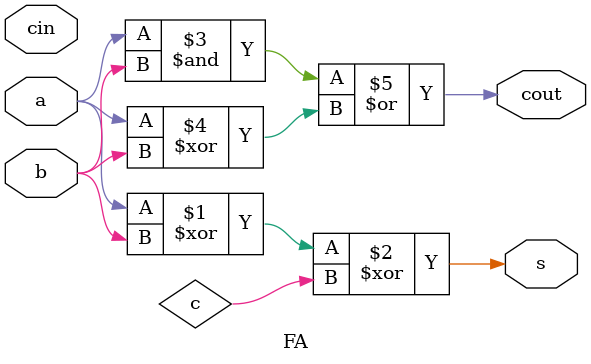
<source format=sv>
module FA(a, b, cin, s, cout);
	input logic a;
	input logic b;
	input logic cin;
	output logic cout;
	output logic s;
	assign s = a ^ b ^ c;
	assign cout = (a & b) | (a ^ b);
endmodule
</source>
